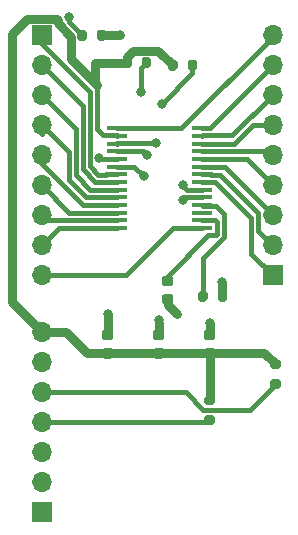
<source format=gbr>
G04 #@! TF.GenerationSoftware,KiCad,Pcbnew,(5.1.12-1-10_14)*
G04 #@! TF.CreationDate,2021-12-17T21:30:25-05:00*
G04 #@! TF.ProjectId,charlieplexboard,63686172-6c69-4657-906c-6578626f6172,rev?*
G04 #@! TF.SameCoordinates,Original*
G04 #@! TF.FileFunction,Copper,L1,Top*
G04 #@! TF.FilePolarity,Positive*
%FSLAX46Y46*%
G04 Gerber Fmt 4.6, Leading zero omitted, Abs format (unit mm)*
G04 Created by KiCad (PCBNEW (5.1.12-1-10_14)) date 2021-12-17 21:30:25*
%MOMM*%
%LPD*%
G01*
G04 APERTURE LIST*
G04 #@! TA.AperFunction,ComponentPad*
%ADD10O,1.700000X1.700000*%
G04 #@! TD*
G04 #@! TA.AperFunction,ComponentPad*
%ADD11R,1.700000X1.700000*%
G04 #@! TD*
G04 #@! TA.AperFunction,SMDPad,CuDef*
%ADD12R,1.750000X0.450000*%
G04 #@! TD*
G04 #@! TA.AperFunction,ViaPad*
%ADD13C,0.800000*%
G04 #@! TD*
G04 #@! TA.AperFunction,Conductor*
%ADD14C,0.750000*%
G04 #@! TD*
G04 #@! TA.AperFunction,Conductor*
%ADD15C,0.450000*%
G04 #@! TD*
G04 APERTURE END LIST*
D10*
G04 #@! TO.P,J2,9*
G04 #@! TO.N,/CB9*
X153216000Y-105322000D03*
G04 #@! TO.P,J2,8*
G04 #@! TO.N,/CB8*
X153216000Y-102782000D03*
G04 #@! TO.P,J2,7*
G04 #@! TO.N,/CB7*
X153216000Y-100242000D03*
G04 #@! TO.P,J2,6*
G04 #@! TO.N,/CB6*
X153216000Y-97702000D03*
G04 #@! TO.P,J2,5*
G04 #@! TO.N,/CB5*
X153216000Y-95162000D03*
G04 #@! TO.P,J2,4*
G04 #@! TO.N,/CB4*
X153216000Y-92622000D03*
G04 #@! TO.P,J2,3*
G04 #@! TO.N,/CB3*
X153216000Y-90082000D03*
G04 #@! TO.P,J2,2*
G04 #@! TO.N,/CB2*
X153216000Y-87542000D03*
D11*
G04 #@! TO.P,J2,1*
G04 #@! TO.N,/CB1*
X153216000Y-85002000D03*
G04 #@! TD*
D10*
G04 #@! TO.P,J1,9*
G04 #@! TO.N,/CA9*
X172774000Y-85002000D03*
G04 #@! TO.P,J1,8*
G04 #@! TO.N,/CA8*
X172774000Y-87542000D03*
G04 #@! TO.P,J1,7*
G04 #@! TO.N,/CA7*
X172774000Y-90082000D03*
G04 #@! TO.P,J1,6*
G04 #@! TO.N,/CA6*
X172774000Y-92622000D03*
G04 #@! TO.P,J1,5*
G04 #@! TO.N,/CA5*
X172774000Y-95162000D03*
G04 #@! TO.P,J1,4*
G04 #@! TO.N,/CA4*
X172774000Y-97702000D03*
G04 #@! TO.P,J1,3*
G04 #@! TO.N,/CA3*
X172774000Y-100242000D03*
G04 #@! TO.P,J1,2*
G04 #@! TO.N,/CA2*
X172774000Y-102782000D03*
D11*
G04 #@! TO.P,J1,1*
G04 #@! TO.N,/CA1*
X172774000Y-105322000D03*
G04 #@! TD*
D12*
G04 #@! TO.P,U4,28*
G04 #@! TO.N,/CA8*
X166800000Y-92875000D03*
G04 #@! TO.P,U4,27*
G04 #@! TO.N,/CA7*
X166800000Y-93525000D03*
G04 #@! TO.P,U4,26*
G04 #@! TO.N,/CA6*
X166800000Y-94175000D03*
G04 #@! TO.P,U4,25*
G04 #@! TO.N,/CA5*
X166800000Y-94825000D03*
G04 #@! TO.P,U4,24*
G04 #@! TO.N,/CA4*
X166800000Y-95475000D03*
G04 #@! TO.P,U4,23*
G04 #@! TO.N,/CA3*
X166800000Y-96125000D03*
G04 #@! TO.P,U4,22*
G04 #@! TO.N,/CA2*
X166800000Y-96775000D03*
G04 #@! TO.P,U4,21*
G04 #@! TO.N,/CA1*
X166800000Y-97425000D03*
G04 #@! TO.P,U4,20*
G04 #@! TO.N,/SCL*
X166800000Y-98075000D03*
G04 #@! TO.P,U4,19*
G04 #@! TO.N,/SDA*
X166800000Y-98725000D03*
G04 #@! TO.P,U4,18*
G04 #@! TO.N,Net-(R10-Pad1)*
X166800000Y-99375000D03*
G04 #@! TO.P,U4,17*
G04 #@! TO.N,Net-(U4-Pad17)*
X166800000Y-100025000D03*
G04 #@! TO.P,U4,16*
G04 #@! TO.N,Net-(C8-Pad1)*
X166800000Y-100675000D03*
G04 #@! TO.P,U4,15*
G04 #@! TO.N,/CB9*
X166800000Y-101325000D03*
G04 #@! TO.P,U4,14*
G04 #@! TO.N,/CB8*
X159600000Y-101325000D03*
G04 #@! TO.P,U4,13*
G04 #@! TO.N,/CB7*
X159600000Y-100675000D03*
G04 #@! TO.P,U4,12*
G04 #@! TO.N,/CB6*
X159600000Y-100025000D03*
G04 #@! TO.P,U4,11*
G04 #@! TO.N,/CB5*
X159600000Y-99375000D03*
G04 #@! TO.P,U4,10*
G04 #@! TO.N,/CB4*
X159600000Y-98725000D03*
G04 #@! TO.P,U4,9*
G04 #@! TO.N,/CB3*
X159600000Y-98075000D03*
G04 #@! TO.P,U4,8*
G04 #@! TO.N,/CB2*
X159600000Y-97425000D03*
G04 #@! TO.P,U4,7*
G04 #@! TO.N,/CB1*
X159600000Y-96775000D03*
G04 #@! TO.P,U4,6*
G04 #@! TO.N,Net-(R5-Pad1)*
X159600000Y-96125000D03*
G04 #@! TO.P,U4,5*
G04 #@! TO.N,GND*
X159600000Y-95475000D03*
G04 #@! TO.P,U4,4*
G04 #@! TO.N,Net-(R6-Pad2)*
X159600000Y-94825000D03*
G04 #@! TO.P,U4,3*
G04 #@! TO.N,/~SDB*
X159600000Y-94175000D03*
G04 #@! TO.P,U4,2*
G04 #@! TO.N,+3V3*
X159600000Y-93525000D03*
G04 #@! TO.P,U4,1*
G04 #@! TO.N,/CA9*
X159600000Y-92875000D03*
G04 #@! TD*
G04 #@! TO.P,R10,2*
G04 #@! TO.N,GND*
G04 #@! TA.AperFunction,SMDPad,CuDef*
G36*
G01*
X168119000Y-107375000D02*
X168119000Y-106825000D01*
G75*
G02*
X168319000Y-106625000I200000J0D01*
G01*
X168719000Y-106625000D01*
G75*
G02*
X168919000Y-106825000I0J-200000D01*
G01*
X168919000Y-107375000D01*
G75*
G02*
X168719000Y-107575000I-200000J0D01*
G01*
X168319000Y-107575000D01*
G75*
G02*
X168119000Y-107375000I0J200000D01*
G01*
G37*
G04 #@! TD.AperFunction*
G04 #@! TO.P,R10,1*
G04 #@! TO.N,Net-(R10-Pad1)*
G04 #@! TA.AperFunction,SMDPad,CuDef*
G36*
G01*
X166469000Y-107375000D02*
X166469000Y-106825000D01*
G75*
G02*
X166669000Y-106625000I200000J0D01*
G01*
X167069000Y-106625000D01*
G75*
G02*
X167269000Y-106825000I0J-200000D01*
G01*
X167269000Y-107375000D01*
G75*
G02*
X167069000Y-107575000I-200000J0D01*
G01*
X166669000Y-107575000D01*
G75*
G02*
X166469000Y-107375000I0J200000D01*
G01*
G37*
G04 #@! TD.AperFunction*
G04 #@! TD*
G04 #@! TO.P,R9,2*
G04 #@! TO.N,/SDA*
G04 #@! TA.AperFunction,SMDPad,CuDef*
G36*
G01*
X167165000Y-117177000D02*
X167715000Y-117177000D01*
G75*
G02*
X167915000Y-117377000I0J-200000D01*
G01*
X167915000Y-117777000D01*
G75*
G02*
X167715000Y-117977000I-200000J0D01*
G01*
X167165000Y-117977000D01*
G75*
G02*
X166965000Y-117777000I0J200000D01*
G01*
X166965000Y-117377000D01*
G75*
G02*
X167165000Y-117177000I200000J0D01*
G01*
G37*
G04 #@! TD.AperFunction*
G04 #@! TO.P,R9,1*
G04 #@! TO.N,+3V3*
G04 #@! TA.AperFunction,SMDPad,CuDef*
G36*
G01*
X167165000Y-115527000D02*
X167715000Y-115527000D01*
G75*
G02*
X167915000Y-115727000I0J-200000D01*
G01*
X167915000Y-116127000D01*
G75*
G02*
X167715000Y-116327000I-200000J0D01*
G01*
X167165000Y-116327000D01*
G75*
G02*
X166965000Y-116127000I0J200000D01*
G01*
X166965000Y-115727000D01*
G75*
G02*
X167165000Y-115527000I200000J0D01*
G01*
G37*
G04 #@! TD.AperFunction*
G04 #@! TD*
G04 #@! TO.P,R8,2*
G04 #@! TO.N,/SCL*
G04 #@! TA.AperFunction,SMDPad,CuDef*
G36*
G01*
X172753000Y-114129000D02*
X173303000Y-114129000D01*
G75*
G02*
X173503000Y-114329000I0J-200000D01*
G01*
X173503000Y-114729000D01*
G75*
G02*
X173303000Y-114929000I-200000J0D01*
G01*
X172753000Y-114929000D01*
G75*
G02*
X172553000Y-114729000I0J200000D01*
G01*
X172553000Y-114329000D01*
G75*
G02*
X172753000Y-114129000I200000J0D01*
G01*
G37*
G04 #@! TD.AperFunction*
G04 #@! TO.P,R8,1*
G04 #@! TO.N,+3V3*
G04 #@! TA.AperFunction,SMDPad,CuDef*
G36*
G01*
X172753000Y-112479000D02*
X173303000Y-112479000D01*
G75*
G02*
X173503000Y-112679000I0J-200000D01*
G01*
X173503000Y-113079000D01*
G75*
G02*
X173303000Y-113279000I-200000J0D01*
G01*
X172753000Y-113279000D01*
G75*
G02*
X172553000Y-113079000I0J200000D01*
G01*
X172553000Y-112679000D01*
G75*
G02*
X172753000Y-112479000I200000J0D01*
G01*
G37*
G04 #@! TD.AperFunction*
G04 #@! TD*
G04 #@! TO.P,R7,2*
G04 #@! TO.N,/~SDB*
G04 #@! TA.AperFunction,SMDPad,CuDef*
G36*
G01*
X165579000Y-87817000D02*
X165579000Y-87267000D01*
G75*
G02*
X165779000Y-87067000I200000J0D01*
G01*
X166179000Y-87067000D01*
G75*
G02*
X166379000Y-87267000I0J-200000D01*
G01*
X166379000Y-87817000D01*
G75*
G02*
X166179000Y-88017000I-200000J0D01*
G01*
X165779000Y-88017000D01*
G75*
G02*
X165579000Y-87817000I0J200000D01*
G01*
G37*
G04 #@! TD.AperFunction*
G04 #@! TO.P,R7,1*
G04 #@! TO.N,+3V3*
G04 #@! TA.AperFunction,SMDPad,CuDef*
G36*
G01*
X163929000Y-87817000D02*
X163929000Y-87267000D01*
G75*
G02*
X164129000Y-87067000I200000J0D01*
G01*
X164529000Y-87067000D01*
G75*
G02*
X164729000Y-87267000I0J-200000D01*
G01*
X164729000Y-87817000D01*
G75*
G02*
X164529000Y-88017000I-200000J0D01*
G01*
X164129000Y-88017000D01*
G75*
G02*
X163929000Y-87817000I0J200000D01*
G01*
G37*
G04 #@! TD.AperFunction*
G04 #@! TD*
G04 #@! TO.P,R6,2*
G04 #@! TO.N,Net-(R6-Pad2)*
G04 #@! TA.AperFunction,SMDPad,CuDef*
G36*
G01*
X161695000Y-87585000D02*
X161695000Y-87035000D01*
G75*
G02*
X161895000Y-86835000I200000J0D01*
G01*
X162295000Y-86835000D01*
G75*
G02*
X162495000Y-87035000I0J-200000D01*
G01*
X162495000Y-87585000D01*
G75*
G02*
X162295000Y-87785000I-200000J0D01*
G01*
X161895000Y-87785000D01*
G75*
G02*
X161695000Y-87585000I0J200000D01*
G01*
G37*
G04 #@! TD.AperFunction*
G04 #@! TO.P,R6,1*
G04 #@! TO.N,+3V3*
G04 #@! TA.AperFunction,SMDPad,CuDef*
G36*
G01*
X160045000Y-87585000D02*
X160045000Y-87035000D01*
G75*
G02*
X160245000Y-86835000I200000J0D01*
G01*
X160645000Y-86835000D01*
G75*
G02*
X160845000Y-87035000I0J-200000D01*
G01*
X160845000Y-87585000D01*
G75*
G02*
X160645000Y-87785000I-200000J0D01*
G01*
X160245000Y-87785000D01*
G75*
G02*
X160045000Y-87585000I0J200000D01*
G01*
G37*
G04 #@! TD.AperFunction*
G04 #@! TD*
G04 #@! TO.P,R5,2*
G04 #@! TO.N,GND*
G04 #@! TA.AperFunction,SMDPad,CuDef*
G36*
G01*
X157896000Y-85277000D02*
X157896000Y-84727000D01*
G75*
G02*
X158096000Y-84527000I200000J0D01*
G01*
X158496000Y-84527000D01*
G75*
G02*
X158696000Y-84727000I0J-200000D01*
G01*
X158696000Y-85277000D01*
G75*
G02*
X158496000Y-85477000I-200000J0D01*
G01*
X158096000Y-85477000D01*
G75*
G02*
X157896000Y-85277000I0J200000D01*
G01*
G37*
G04 #@! TD.AperFunction*
G04 #@! TO.P,R5,1*
G04 #@! TO.N,Net-(R5-Pad1)*
G04 #@! TA.AperFunction,SMDPad,CuDef*
G36*
G01*
X156246000Y-85277000D02*
X156246000Y-84727000D01*
G75*
G02*
X156446000Y-84527000I200000J0D01*
G01*
X156846000Y-84527000D01*
G75*
G02*
X157046000Y-84727000I0J-200000D01*
G01*
X157046000Y-85277000D01*
G75*
G02*
X156846000Y-85477000I-200000J0D01*
G01*
X156446000Y-85477000D01*
G75*
G02*
X156246000Y-85277000I0J200000D01*
G01*
G37*
G04 #@! TD.AperFunction*
G04 #@! TD*
D10*
G04 #@! TO.P,J3,7*
G04 #@! TO.N,+3V3*
X153216000Y-110148000D03*
G04 #@! TO.P,J3,6*
G04 #@! TO.N,GND*
X153216000Y-112688000D03*
G04 #@! TO.P,J3,5*
G04 #@! TO.N,/SCL*
X153216000Y-115228000D03*
G04 #@! TO.P,J3,4*
G04 #@! TO.N,/SDA*
X153216000Y-117768000D03*
G04 #@! TO.P,J3,3*
G04 #@! TO.N,Net-(J3-Pad3)*
X153216000Y-120308000D03*
G04 #@! TO.P,J3,2*
G04 #@! TO.N,Net-(J3-Pad2)*
X153216000Y-122848000D03*
D11*
G04 #@! TO.P,J3,1*
G04 #@! TO.N,/~SDB*
X153216000Y-125388000D03*
G04 #@! TD*
G04 #@! TO.P,C11,2*
G04 #@! TO.N,GND*
G04 #@! TA.AperFunction,SMDPad,CuDef*
G36*
G01*
X167690000Y-110839000D02*
X167190000Y-110839000D01*
G75*
G02*
X166965000Y-110614000I0J225000D01*
G01*
X166965000Y-110164000D01*
G75*
G02*
X167190000Y-109939000I225000J0D01*
G01*
X167690000Y-109939000D01*
G75*
G02*
X167915000Y-110164000I0J-225000D01*
G01*
X167915000Y-110614000D01*
G75*
G02*
X167690000Y-110839000I-225000J0D01*
G01*
G37*
G04 #@! TD.AperFunction*
G04 #@! TO.P,C11,1*
G04 #@! TO.N,+3V3*
G04 #@! TA.AperFunction,SMDPad,CuDef*
G36*
G01*
X167690000Y-112389000D02*
X167190000Y-112389000D01*
G75*
G02*
X166965000Y-112164000I0J225000D01*
G01*
X166965000Y-111714000D01*
G75*
G02*
X167190000Y-111489000I225000J0D01*
G01*
X167690000Y-111489000D01*
G75*
G02*
X167915000Y-111714000I0J-225000D01*
G01*
X167915000Y-112164000D01*
G75*
G02*
X167690000Y-112389000I-225000J0D01*
G01*
G37*
G04 #@! TD.AperFunction*
G04 #@! TD*
G04 #@! TO.P,C10,2*
G04 #@! TO.N,GND*
G04 #@! TA.AperFunction,SMDPad,CuDef*
G36*
G01*
X163372000Y-110839000D02*
X162872000Y-110839000D01*
G75*
G02*
X162647000Y-110614000I0J225000D01*
G01*
X162647000Y-110164000D01*
G75*
G02*
X162872000Y-109939000I225000J0D01*
G01*
X163372000Y-109939000D01*
G75*
G02*
X163597000Y-110164000I0J-225000D01*
G01*
X163597000Y-110614000D01*
G75*
G02*
X163372000Y-110839000I-225000J0D01*
G01*
G37*
G04 #@! TD.AperFunction*
G04 #@! TO.P,C10,1*
G04 #@! TO.N,+3V3*
G04 #@! TA.AperFunction,SMDPad,CuDef*
G36*
G01*
X163372000Y-112389000D02*
X162872000Y-112389000D01*
G75*
G02*
X162647000Y-112164000I0J225000D01*
G01*
X162647000Y-111714000D01*
G75*
G02*
X162872000Y-111489000I225000J0D01*
G01*
X163372000Y-111489000D01*
G75*
G02*
X163597000Y-111714000I0J-225000D01*
G01*
X163597000Y-112164000D01*
G75*
G02*
X163372000Y-112389000I-225000J0D01*
G01*
G37*
G04 #@! TD.AperFunction*
G04 #@! TD*
G04 #@! TO.P,C9,2*
G04 #@! TO.N,GND*
G04 #@! TA.AperFunction,SMDPad,CuDef*
G36*
G01*
X159054000Y-110839000D02*
X158554000Y-110839000D01*
G75*
G02*
X158329000Y-110614000I0J225000D01*
G01*
X158329000Y-110164000D01*
G75*
G02*
X158554000Y-109939000I225000J0D01*
G01*
X159054000Y-109939000D01*
G75*
G02*
X159279000Y-110164000I0J-225000D01*
G01*
X159279000Y-110614000D01*
G75*
G02*
X159054000Y-110839000I-225000J0D01*
G01*
G37*
G04 #@! TD.AperFunction*
G04 #@! TO.P,C9,1*
G04 #@! TO.N,+3V3*
G04 #@! TA.AperFunction,SMDPad,CuDef*
G36*
G01*
X159054000Y-112389000D02*
X158554000Y-112389000D01*
G75*
G02*
X158329000Y-112164000I0J225000D01*
G01*
X158329000Y-111714000D01*
G75*
G02*
X158554000Y-111489000I225000J0D01*
G01*
X159054000Y-111489000D01*
G75*
G02*
X159279000Y-111714000I0J-225000D01*
G01*
X159279000Y-112164000D01*
G75*
G02*
X159054000Y-112389000I-225000J0D01*
G01*
G37*
G04 #@! TD.AperFunction*
G04 #@! TD*
G04 #@! TO.P,C8,2*
G04 #@! TO.N,GND*
G04 #@! TA.AperFunction,SMDPad,CuDef*
G36*
G01*
X163634000Y-106917000D02*
X164134000Y-106917000D01*
G75*
G02*
X164359000Y-107142000I0J-225000D01*
G01*
X164359000Y-107592000D01*
G75*
G02*
X164134000Y-107817000I-225000J0D01*
G01*
X163634000Y-107817000D01*
G75*
G02*
X163409000Y-107592000I0J225000D01*
G01*
X163409000Y-107142000D01*
G75*
G02*
X163634000Y-106917000I225000J0D01*
G01*
G37*
G04 #@! TD.AperFunction*
G04 #@! TO.P,C8,1*
G04 #@! TO.N,Net-(C8-Pad1)*
G04 #@! TA.AperFunction,SMDPad,CuDef*
G36*
G01*
X163634000Y-105367000D02*
X164134000Y-105367000D01*
G75*
G02*
X164359000Y-105592000I0J-225000D01*
G01*
X164359000Y-106042000D01*
G75*
G02*
X164134000Y-106267000I-225000J0D01*
G01*
X163634000Y-106267000D01*
G75*
G02*
X163409000Y-106042000I0J225000D01*
G01*
X163409000Y-105592000D01*
G75*
G02*
X163634000Y-105367000I225000J0D01*
G01*
G37*
G04 #@! TD.AperFunction*
G04 #@! TD*
D13*
G04 #@! TO.N,GND*
X158804000Y-108624000D03*
X163122000Y-109132000D03*
X164646000Y-108624000D03*
X167440000Y-109386000D03*
X168519000Y-105893000D03*
X159820000Y-85002000D03*
X158077030Y-95416000D03*
G04 #@! TO.N,/SCL*
X165154000Y-97702000D03*
G04 #@! TO.N,/SDA*
X165154000Y-98972000D03*
G04 #@! TO.N,/~SDB*
X163376000Y-90844000D03*
X162868000Y-94146000D03*
G04 #@! TO.N,Net-(R5-Pad1)*
X161852000Y-96940000D03*
X155502000Y-83478000D03*
G04 #@! TO.N,Net-(R6-Pad2)*
X162106000Y-95162000D03*
X161598000Y-89828000D03*
G04 #@! TD*
D14*
G04 #@! TO.N,GND*
X158804000Y-110389000D02*
X158804000Y-108624000D01*
X163122000Y-110389000D02*
X163122000Y-109386000D01*
D15*
X163122000Y-109386000D02*
X163122000Y-109132000D01*
D14*
X163884000Y-107862000D02*
X164646000Y-108624000D01*
X163884000Y-107367000D02*
X163884000Y-107862000D01*
X167440000Y-110389000D02*
X167440000Y-109386000D01*
X168519000Y-107100000D02*
X168519000Y-105893000D01*
X158296000Y-85002000D02*
X159820000Y-85002000D01*
D15*
X158136030Y-95475000D02*
X158077030Y-95416000D01*
X159600000Y-95475000D02*
X158136030Y-95475000D01*
G04 #@! TO.N,Net-(C8-Pad1)*
X167925002Y-100675000D02*
X166800000Y-100675000D01*
X167325999Y-101925001D02*
X167975001Y-101925001D01*
X168050001Y-101850001D02*
X168050001Y-100799999D01*
X167975001Y-101925001D02*
X168050001Y-101850001D01*
X163884000Y-105367000D02*
X167325999Y-101925001D01*
X168050001Y-100799999D02*
X167925002Y-100675000D01*
X163884000Y-105817000D02*
X163884000Y-105367000D01*
D14*
G04 #@! TO.N,+3V3*
X153216000Y-110148000D02*
X155248000Y-110148000D01*
X157039000Y-111939000D02*
X158804000Y-111939000D01*
X155248000Y-110148000D02*
X157039000Y-111939000D01*
X158804000Y-111939000D02*
X163122000Y-111939000D01*
X163122000Y-111939000D02*
X167440000Y-111939000D01*
X172088000Y-111939000D02*
X173028000Y-112879000D01*
X167440000Y-111939000D02*
X172088000Y-111939000D01*
X167440000Y-111939000D02*
X167440000Y-115927000D01*
D15*
X159600000Y-93475010D02*
X158425008Y-93475010D01*
X158425008Y-93475010D02*
X157902040Y-92952042D01*
X159600000Y-93525000D02*
X159600000Y-93475010D01*
D14*
X160394906Y-87360094D02*
X160445000Y-87310000D01*
X157715906Y-87360094D02*
X160394906Y-87360094D01*
D15*
X157902040Y-87546228D02*
X157715906Y-87360094D01*
D14*
X163096990Y-86309990D02*
X164329000Y-87542000D01*
X160970010Y-86309990D02*
X163096990Y-86309990D01*
X160445000Y-86835000D02*
X160970010Y-86309990D01*
X160445000Y-87310000D02*
X160445000Y-86835000D01*
X153216000Y-110148000D02*
X150676000Y-107608000D01*
X154576999Y-83993673D02*
X155720990Y-85137664D01*
X154486001Y-83626999D02*
X154576999Y-83717997D01*
X151945999Y-83626999D02*
X154486001Y-83626999D01*
X155720990Y-85137664D02*
X155720990Y-87024910D01*
X150676000Y-84896998D02*
X151945999Y-83626999D01*
X150676000Y-107608000D02*
X150676000Y-84896998D01*
X154576999Y-83717997D02*
X154576999Y-83993673D01*
D15*
X157902040Y-89205960D02*
X157902040Y-87546228D01*
X157902040Y-92952042D02*
X157902040Y-89205960D01*
D14*
X157715906Y-88376094D02*
X157394040Y-88697960D01*
X157715906Y-87360094D02*
X157715906Y-88376094D01*
X157394040Y-88697960D02*
X157902040Y-89205960D01*
X155720990Y-87024910D02*
X157394040Y-88697960D01*
D15*
G04 #@! TO.N,/CA9*
X172774000Y-85125998D02*
X172774000Y-85002000D01*
X165024998Y-92875000D02*
X172774000Y-85125998D01*
X159600000Y-92875000D02*
X165024998Y-92875000D01*
G04 #@! TO.N,/CA8*
X167441000Y-92875000D02*
X172774000Y-87542000D01*
X166800000Y-92875000D02*
X167441000Y-92875000D01*
G04 #@! TO.N,/CA7*
X169380999Y-93475001D02*
X172774000Y-90082000D01*
X166868999Y-93475001D02*
X169380999Y-93475001D01*
X166819000Y-93525000D02*
X166868999Y-93475001D01*
X166800000Y-93525000D02*
X166819000Y-93525000D01*
G04 #@! TO.N,/CA6*
X171082542Y-92622000D02*
X172774000Y-92622000D01*
X169529542Y-94175000D02*
X171082542Y-92622000D01*
X166800000Y-94175000D02*
X169529542Y-94175000D01*
G04 #@! TO.N,/CA5*
X172437000Y-94825000D02*
X172774000Y-95162000D01*
X166800000Y-94825000D02*
X172437000Y-94825000D01*
G04 #@! TO.N,/CA4*
X170596999Y-95524999D02*
X172774000Y-97702000D01*
X167040999Y-95524999D02*
X170596999Y-95524999D01*
X166991000Y-95475000D02*
X167040999Y-95524999D01*
X166800000Y-95475000D02*
X166991000Y-95475000D01*
G04 #@! TO.N,/CA3*
X166928999Y-96174999D02*
X168706999Y-96174999D01*
X168706999Y-96174999D02*
X172774000Y-100242000D01*
X166879000Y-96125000D02*
X166928999Y-96174999D01*
X166800000Y-96125000D02*
X166879000Y-96125000D01*
G04 #@! TO.N,/CA2*
X171548999Y-101556999D02*
X172774000Y-102782000D01*
X168340999Y-96824999D02*
X171548999Y-100032999D01*
X171548999Y-100032999D02*
X171548999Y-101556999D01*
X167578999Y-96824999D02*
X168340999Y-96824999D01*
X167529000Y-96775000D02*
X167578999Y-96824999D01*
X166800000Y-96775000D02*
X167529000Y-96775000D01*
G04 #@! TO.N,/CA1*
X170948989Y-103496989D02*
X172774000Y-105322000D01*
X170948989Y-100448987D02*
X170948989Y-103496989D01*
X167925002Y-97425000D02*
X170948989Y-100448987D01*
X166800000Y-97425000D02*
X167925002Y-97425000D01*
G04 #@! TO.N,/CB9*
X166800000Y-101325000D02*
X164325000Y-101325000D01*
X160328000Y-105322000D02*
X153216000Y-105322000D01*
X164325000Y-101325000D02*
X160328000Y-105322000D01*
G04 #@! TO.N,/CB8*
X154673000Y-101325000D02*
X153216000Y-102782000D01*
X159600000Y-101325000D02*
X154673000Y-101325000D01*
G04 #@! TO.N,/CB7*
X159441001Y-100625001D02*
X153599001Y-100625001D01*
X159491000Y-100675000D02*
X159441001Y-100625001D01*
X153599001Y-100625001D02*
X153216000Y-100242000D01*
X159600000Y-100675000D02*
X159491000Y-100675000D01*
G04 #@! TO.N,/CB6*
X155539000Y-100025000D02*
X153216000Y-97702000D01*
X159600000Y-100025000D02*
X155539000Y-100025000D01*
G04 #@! TO.N,/CB5*
X153216000Y-95888998D02*
X153216000Y-95162000D01*
X156702002Y-99375000D02*
X153216000Y-95888998D01*
X159600000Y-99375000D02*
X156702002Y-99375000D01*
G04 #@! TO.N,/CB4*
X153216000Y-93348998D02*
X153216000Y-92622000D01*
X159600000Y-98725000D02*
X157000524Y-98725000D01*
X157000524Y-98725000D02*
X155502000Y-97226476D01*
X155502000Y-94908000D02*
X153216000Y-92622000D01*
X155502000Y-97226476D02*
X155502000Y-94908000D01*
G04 #@! TO.N,/CB3*
X159600000Y-98075000D02*
X157329990Y-98075000D01*
X156102010Y-92968010D02*
X153216000Y-90082000D01*
X156102010Y-96847020D02*
X156102010Y-92968010D01*
X157329990Y-98075000D02*
X156102010Y-96847020D01*
G04 #@! TO.N,/CB2*
X157765000Y-97425000D02*
X156702020Y-96362020D01*
X159600000Y-97425000D02*
X157765000Y-97425000D01*
X156702020Y-91028020D02*
X153216000Y-87542000D01*
X156702020Y-96362020D02*
X156702020Y-91028020D01*
G04 #@! TO.N,/CB1*
X157302030Y-96113488D02*
X158013532Y-96824990D01*
X157302030Y-89815028D02*
X157302030Y-96113488D01*
X153216000Y-85728998D02*
X157302030Y-89815028D01*
X153216000Y-85002000D02*
X153216000Y-85728998D01*
X158715000Y-96775000D02*
X159600000Y-96775000D01*
X158665010Y-96824990D02*
X158715000Y-96775000D01*
X158013532Y-96824990D02*
X158665010Y-96824990D01*
G04 #@! TO.N,/SCL*
X166926822Y-116702010D02*
X170854990Y-116702010D01*
X170854990Y-116702010D02*
X173028000Y-114529000D01*
X165452812Y-115228000D02*
X166926822Y-116702010D01*
X153216000Y-115228000D02*
X165452812Y-115228000D01*
X165527000Y-98075000D02*
X165154000Y-97702000D01*
X166800000Y-98075000D02*
X165527000Y-98075000D01*
G04 #@! TO.N,/SDA*
X167249000Y-117768000D02*
X167440000Y-117577000D01*
X153216000Y-117768000D02*
X167249000Y-117768000D01*
X165401000Y-98725000D02*
X165154000Y-98972000D01*
X166800000Y-98725000D02*
X165401000Y-98725000D01*
G04 #@! TO.N,/~SDB*
X165979000Y-88241000D02*
X163376000Y-90844000D01*
X165979000Y-87542000D02*
X165979000Y-88241000D01*
X159629000Y-94146000D02*
X159600000Y-94175000D01*
X162868000Y-94146000D02*
X159629000Y-94146000D01*
G04 #@! TO.N,Net-(R5-Pad1)*
X161037000Y-96125000D02*
X161852000Y-96940000D01*
X159600000Y-96125000D02*
X161037000Y-96125000D01*
X155502000Y-83858000D02*
X156646000Y-85002000D01*
X155502000Y-83478000D02*
X155502000Y-83858000D01*
G04 #@! TO.N,Net-(R6-Pad2)*
X161769000Y-94825000D02*
X162106000Y-95162000D01*
X159600000Y-94825000D02*
X161769000Y-94825000D01*
X161598000Y-87807000D02*
X162095000Y-87310000D01*
X161598000Y-89828000D02*
X161598000Y-87807000D01*
G04 #@! TO.N,Net-(R10-Pad1)*
X167975001Y-99424999D02*
X166849999Y-99424999D01*
X166849999Y-99424999D02*
X166800000Y-99375000D01*
X168650011Y-100100009D02*
X167975001Y-99424999D01*
X168650011Y-102098533D02*
X168650011Y-100100009D01*
X166869000Y-103879544D02*
X168650011Y-102098533D01*
X166869000Y-107100000D02*
X166869000Y-103879544D01*
G04 #@! TD*
M02*

</source>
